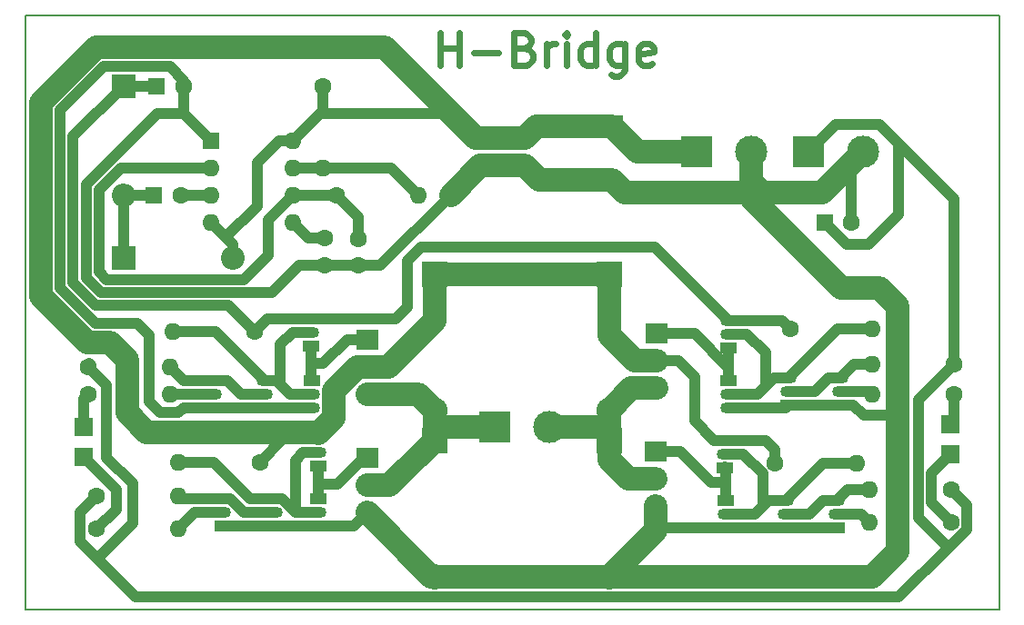
<source format=gbr>
%TF.GenerationSoftware,KiCad,Pcbnew,6.0.11-2627ca5db0~126~ubuntu20.04.1*%
%TF.CreationDate,2023-06-23T16:35:50+03:00*%
%TF.ProjectId,H-bridge V3,482d6272-6964-4676-9520-56332e6b6963,rev?*%
%TF.SameCoordinates,Original*%
%TF.FileFunction,Copper,L1,Top*%
%TF.FilePolarity,Positive*%
%FSLAX46Y46*%
G04 Gerber Fmt 4.6, Leading zero omitted, Abs format (unit mm)*
G04 Created by KiCad (PCBNEW 6.0.11-2627ca5db0~126~ubuntu20.04.1) date 2023-06-23 16:35:50*
%MOMM*%
%LPD*%
G01*
G04 APERTURE LIST*
%TA.AperFunction,Profile*%
%ADD10C,0.150000*%
%TD*%
%ADD11C,0.600000*%
%TA.AperFunction,NonConductor*%
%ADD12C,0.600000*%
%TD*%
%TA.AperFunction,ComponentPad*%
%ADD13R,1.500000X1.050000*%
%TD*%
%TA.AperFunction,ComponentPad*%
%ADD14O,1.500000X1.050000*%
%TD*%
%TA.AperFunction,ComponentPad*%
%ADD15R,2.000000X1.905000*%
%TD*%
%TA.AperFunction,ComponentPad*%
%ADD16O,2.000000X1.905000*%
%TD*%
%TA.AperFunction,ComponentPad*%
%ADD17R,2.200000X2.200000*%
%TD*%
%TA.AperFunction,ComponentPad*%
%ADD18O,2.200000X2.200000*%
%TD*%
%TA.AperFunction,ComponentPad*%
%ADD19R,1.600000X1.600000*%
%TD*%
%TA.AperFunction,ComponentPad*%
%ADD20C,1.600000*%
%TD*%
%TA.AperFunction,ComponentPad*%
%ADD21O,1.600000X1.600000*%
%TD*%
%TA.AperFunction,ComponentPad*%
%ADD22R,1.700000X1.700000*%
%TD*%
%TA.AperFunction,ComponentPad*%
%ADD23R,2.000000X2.000000*%
%TD*%
%TA.AperFunction,ComponentPad*%
%ADD24C,2.000000*%
%TD*%
%TA.AperFunction,ComponentPad*%
%ADD25R,1.500000X1.500000*%
%TD*%
%TA.AperFunction,ComponentPad*%
%ADD26O,1.500000X1.500000*%
%TD*%
%TA.AperFunction,ComponentPad*%
%ADD27R,2.400000X2.400000*%
%TD*%
%TA.AperFunction,ComponentPad*%
%ADD28O,2.400000X2.400000*%
%TD*%
%TA.AperFunction,ComponentPad*%
%ADD29R,3.000000X3.000000*%
%TD*%
%TA.AperFunction,ComponentPad*%
%ADD30C,3.000000*%
%TD*%
%TA.AperFunction,Conductor*%
%ADD31C,1.000000*%
%TD*%
%TA.AperFunction,Conductor*%
%ADD32C,2.200000*%
%TD*%
G04 APERTURE END LIST*
D10*
X16947000Y-67617031D02*
X13391000Y-67617031D01*
X13391000Y-67617031D02*
X13391000Y-12245031D01*
X13391000Y-12245031D02*
X104069000Y-12245031D01*
X104069000Y-12245031D02*
X104069000Y-67617031D01*
X104069000Y-67617031D02*
X16947000Y-67617031D01*
D11*
D12*
X52047857Y-16904173D02*
X52047857Y-13904173D01*
X52047857Y-15332745D02*
X53762142Y-15332745D01*
X53762142Y-16904173D02*
X53762142Y-13904173D01*
X55190714Y-15761316D02*
X57476428Y-15761316D01*
X59905000Y-15332745D02*
X60333571Y-15475602D01*
X60476428Y-15618459D01*
X60619285Y-15904173D01*
X60619285Y-16332745D01*
X60476428Y-16618459D01*
X60333571Y-16761316D01*
X60047857Y-16904173D01*
X58905000Y-16904173D01*
X58905000Y-13904173D01*
X59905000Y-13904173D01*
X60190714Y-14047031D01*
X60333571Y-14189888D01*
X60476428Y-14475602D01*
X60476428Y-14761316D01*
X60333571Y-15047031D01*
X60190714Y-15189888D01*
X59905000Y-15332745D01*
X58905000Y-15332745D01*
X61905000Y-16904173D02*
X61905000Y-14904173D01*
X61905000Y-15475602D02*
X62047857Y-15189888D01*
X62190714Y-15047031D01*
X62476428Y-14904173D01*
X62762142Y-14904173D01*
X63762142Y-16904173D02*
X63762142Y-14904173D01*
X63762142Y-13904173D02*
X63619285Y-14047031D01*
X63762142Y-14189888D01*
X63905000Y-14047031D01*
X63762142Y-13904173D01*
X63762142Y-14189888D01*
X66476428Y-16904173D02*
X66476428Y-13904173D01*
X66476428Y-16761316D02*
X66190714Y-16904173D01*
X65619285Y-16904173D01*
X65333571Y-16761316D01*
X65190714Y-16618459D01*
X65047857Y-16332745D01*
X65047857Y-15475602D01*
X65190714Y-15189888D01*
X65333571Y-15047031D01*
X65619285Y-14904173D01*
X66190714Y-14904173D01*
X66476428Y-15047031D01*
X69190714Y-14904173D02*
X69190714Y-17332745D01*
X69047857Y-17618459D01*
X68905000Y-17761316D01*
X68619285Y-17904173D01*
X68190714Y-17904173D01*
X67905000Y-17761316D01*
X69190714Y-16761316D02*
X68905000Y-16904173D01*
X68333571Y-16904173D01*
X68047857Y-16761316D01*
X67905000Y-16618459D01*
X67762142Y-16332745D01*
X67762142Y-15475602D01*
X67905000Y-15189888D01*
X68047857Y-15047031D01*
X68333571Y-14904173D01*
X68905000Y-14904173D01*
X69190714Y-15047031D01*
X71762142Y-16761316D02*
X71476428Y-16904173D01*
X70905000Y-16904173D01*
X70619285Y-16761316D01*
X70476428Y-16475602D01*
X70476428Y-15332745D01*
X70619285Y-15047031D01*
X70905000Y-14904173D01*
X71476428Y-14904173D01*
X71762142Y-15047031D01*
X71905000Y-15332745D01*
X71905000Y-15618459D01*
X70476428Y-15904173D01*
D13*
X36611000Y-59891031D03*
D14*
X36611000Y-58621031D03*
X36611000Y-57351031D03*
D13*
X35722000Y-48821031D03*
D14*
X35722000Y-47551031D03*
X35722000Y-46281031D03*
D13*
X40017000Y-43071031D03*
D14*
X40017000Y-41801031D03*
X40017000Y-40531031D03*
D15*
X45212000Y-53541031D03*
D16*
X45212000Y-56081031D03*
X45212000Y-58621031D03*
D15*
X45212000Y-42471031D03*
D16*
X45212000Y-45011031D03*
X45212000Y-47551031D03*
D17*
X22525000Y-18839031D03*
D18*
X22525000Y-28999031D03*
D15*
X72136000Y-41910000D03*
D16*
X72136000Y-44450000D03*
X72136000Y-46990000D03*
D19*
X25383888Y-28999031D03*
D20*
X27883888Y-28999031D03*
X19233000Y-45011031D03*
D21*
X26853000Y-45011031D03*
D20*
X55555000Y-23695031D03*
X55555000Y-26195031D03*
D13*
X88900000Y-59997031D03*
D14*
X88900000Y-58727031D03*
X88900000Y-57457031D03*
D19*
X87813000Y-31549031D03*
D20*
X90313000Y-31549031D03*
D22*
X99497000Y-50345031D03*
D13*
X30917000Y-48821031D03*
D14*
X30917000Y-47551031D03*
X30917000Y-46281031D03*
D23*
X68001000Y-22577354D03*
D24*
X68001000Y-27577354D03*
D20*
X44379000Y-33093031D03*
X44379000Y-35593031D03*
X41301000Y-33020000D03*
X41301000Y-35520000D03*
D25*
X53015000Y-21384031D03*
D26*
X53015000Y-29004031D03*
D20*
X35235000Y-53901031D03*
D21*
X27615000Y-53901031D03*
D22*
X18796000Y-53393031D03*
D20*
X99568000Y-56441031D03*
D21*
X91948000Y-56441031D03*
D20*
X83185000Y-53975000D03*
D21*
X90805000Y-53975000D03*
D13*
X40717000Y-57351031D03*
D14*
X40717000Y-58621031D03*
X40717000Y-59891031D03*
D20*
X99822000Y-44757031D03*
D21*
X92202000Y-44757031D03*
D13*
X31785000Y-59891031D03*
D14*
X31785000Y-58621031D03*
X31785000Y-57351031D03*
D13*
X40675000Y-54303031D03*
D14*
X40675000Y-53033031D03*
X40675000Y-51763031D03*
D27*
X67747000Y-36375031D03*
D28*
X67747000Y-49075031D03*
D20*
X19995000Y-60145031D03*
D21*
X27615000Y-60145031D03*
D19*
X25637888Y-18839031D03*
D20*
X28137888Y-18839031D03*
D13*
X89260000Y-48567031D03*
D14*
X89260000Y-47297031D03*
X89260000Y-46027031D03*
D27*
X51491000Y-51869031D03*
D28*
X51491000Y-64569031D03*
D13*
X78486000Y-54409031D03*
D14*
X78486000Y-53139031D03*
X78486000Y-51869031D03*
D19*
X59873000Y-23739919D03*
D20*
X59873000Y-26239919D03*
X99822000Y-47551031D03*
D21*
X92202000Y-47551031D03*
D13*
X78634000Y-57457031D03*
D14*
X78634000Y-58727031D03*
X78634000Y-59997031D03*
D22*
X18796000Y-50599031D03*
D29*
X75875000Y-24945031D03*
D30*
X80955000Y-24945031D03*
D20*
X34727000Y-41709031D03*
D21*
X27107000Y-41709031D03*
D27*
X51491000Y-36375031D03*
D28*
X51491000Y-49075031D03*
D22*
X99497000Y-53139031D03*
D29*
X57079000Y-50599031D03*
D30*
X62159000Y-50599031D03*
D20*
X99568000Y-59489031D03*
D21*
X91948000Y-59489031D03*
D27*
X67747000Y-51869031D03*
D28*
X67747000Y-64569031D03*
D19*
X30663000Y-23929031D03*
D21*
X30663000Y-26469031D03*
X30663000Y-29009031D03*
X30663000Y-31549031D03*
X38283000Y-31549031D03*
X38283000Y-29009031D03*
X38283000Y-26469031D03*
X38283000Y-23929031D03*
D13*
X40082000Y-46281031D03*
D14*
X40082000Y-47551031D03*
X40082000Y-48821031D03*
D20*
X41067000Y-18839031D03*
D21*
X41067000Y-26459031D03*
D15*
X72065000Y-52885031D03*
D16*
X72065000Y-55425031D03*
X72065000Y-57965031D03*
D20*
X19233000Y-47551031D03*
D21*
X26853000Y-47551031D03*
D20*
X19995000Y-57097031D03*
D21*
X27615000Y-57097031D03*
D20*
X84582000Y-41455031D03*
D21*
X92202000Y-41455031D03*
D13*
X84434000Y-48567031D03*
D14*
X84434000Y-47297031D03*
X84434000Y-46027031D03*
D13*
X84180000Y-59997031D03*
D14*
X84180000Y-58727031D03*
X84180000Y-57457031D03*
D17*
X22525000Y-34841031D03*
D18*
X32685000Y-34841031D03*
D13*
X78888000Y-46281031D03*
D14*
X78888000Y-47551031D03*
X78888000Y-48821031D03*
D20*
X42337000Y-28999031D03*
D21*
X49957000Y-28999031D03*
D13*
X78846000Y-43233031D03*
D14*
X78846000Y-41963031D03*
X78846000Y-40693031D03*
D29*
X86289000Y-24945031D03*
D30*
X91369000Y-24945031D03*
D31*
X39753969Y-33020000D02*
X38283000Y-31549031D01*
X41301000Y-33020000D02*
X39753969Y-33020000D01*
X40082000Y-48821031D02*
X30917000Y-48821031D01*
D32*
X72065000Y-60251031D02*
X67747000Y-64569031D01*
D31*
X20432520Y-38082551D02*
X19049480Y-36699511D01*
X78634000Y-59997031D02*
X72319000Y-59997031D01*
X36321480Y-38082551D02*
X38884031Y-35520000D01*
D32*
X94615000Y-49530000D02*
X94615000Y-62230000D01*
X69178677Y-28755031D02*
X68001000Y-27577354D01*
D31*
X44379000Y-35593031D02*
X46426000Y-35593031D01*
X90313000Y-31549031D02*
X90313000Y-26001031D01*
D32*
X68001000Y-27577354D02*
X61210435Y-27577354D01*
D31*
X88900000Y-59997031D02*
X78634000Y-59997031D01*
D32*
X92275969Y-64569031D02*
X67747000Y-64569031D01*
D31*
X24892000Y-42037000D02*
X24892000Y-48260000D01*
X43942000Y-59891031D02*
X45212000Y-58621031D01*
X90313000Y-26001031D02*
X91369000Y-24945031D01*
X28137888Y-18839031D02*
X28137888Y-21403919D01*
D32*
X89337000Y-37645031D02*
X92890031Y-37645031D01*
X59873000Y-26239919D02*
X55779112Y-26239919D01*
D31*
X41374031Y-35593031D02*
X41301000Y-35520000D01*
X28137888Y-18340009D02*
X26837399Y-17039520D01*
X28137888Y-21403919D02*
X30663000Y-23929031D01*
X25649734Y-21403919D02*
X28137888Y-21403919D01*
D32*
X51491000Y-64569031D02*
X51160000Y-64569031D01*
X51160000Y-64569031D02*
X45212000Y-58621031D01*
D31*
X31785000Y-59891031D02*
X43942000Y-59891031D01*
X26837399Y-17039520D02*
X20725489Y-17039520D01*
X20725489Y-17039520D02*
X16650440Y-21114569D01*
X84180000Y-48821031D02*
X84434000Y-48567031D01*
X19049480Y-28004173D02*
X25649734Y-21403919D01*
X46426000Y-35593031D02*
X53015000Y-29004031D01*
D32*
X61210435Y-27577354D02*
X59873000Y-26239919D01*
D31*
X72319000Y-59997031D02*
X72065000Y-60251031D01*
X84434000Y-48567031D02*
X89260000Y-48567031D01*
X90477031Y-48567031D02*
X91440000Y-49530000D01*
D32*
X80955000Y-27739031D02*
X81971000Y-28755031D01*
X92890031Y-37645031D02*
X94615000Y-39370000D01*
D31*
X28123000Y-48821031D02*
X30917000Y-48821031D01*
X24892000Y-48260000D02*
X25908000Y-49276000D01*
X16650440Y-21114569D02*
X16650440Y-37693227D01*
D32*
X80955000Y-29263031D02*
X89337000Y-37645031D01*
D31*
X19904244Y-40947031D02*
X23802031Y-40947031D01*
X16650440Y-37693227D02*
X19904244Y-40947031D01*
D32*
X94615000Y-62230000D02*
X92275969Y-64569031D01*
X81971000Y-28755031D02*
X69178677Y-28755031D01*
D31*
X19049480Y-36699511D02*
X19049480Y-28004173D01*
X25908000Y-49276000D02*
X27668031Y-49276000D01*
X28137888Y-18839031D02*
X28137888Y-18340009D01*
X27668031Y-49276000D02*
X28123000Y-48821031D01*
X44379000Y-35593031D02*
X41374031Y-35593031D01*
D32*
X87559000Y-28755031D02*
X91369000Y-24945031D01*
X80955000Y-24945031D02*
X80955000Y-29263031D01*
X51491000Y-64569031D02*
X67747000Y-64569031D01*
D31*
X23802031Y-40947031D02*
X24892000Y-42037000D01*
D32*
X55779112Y-26239919D02*
X53015000Y-29004031D01*
X81971000Y-28755031D02*
X87559000Y-28755031D01*
X94615000Y-39370000D02*
X94615000Y-49530000D01*
D31*
X91440000Y-49530000D02*
X94615000Y-49530000D01*
X78888000Y-48821031D02*
X84180000Y-48821031D01*
D32*
X80955000Y-24945031D02*
X80955000Y-27739031D01*
X72065000Y-57965031D02*
X72065000Y-60251031D01*
D31*
X89260000Y-48567031D02*
X90477031Y-48567031D01*
X38884031Y-35520000D02*
X41301000Y-35520000D01*
X36321480Y-38082551D02*
X20432520Y-38082551D01*
X82349031Y-51869031D02*
X78486000Y-51869031D01*
X32685000Y-33571031D02*
X32060000Y-32946031D01*
X78486000Y-51869031D02*
X77523031Y-51869031D01*
X75692000Y-45974000D02*
X74168000Y-44450000D01*
X32060000Y-32946031D02*
X30663000Y-31549031D01*
D32*
X19980103Y-15240000D02*
X46870969Y-15240000D01*
D31*
X37013000Y-23929031D02*
X38283000Y-23929031D01*
X83185000Y-53975000D02*
X83185000Y-52705000D01*
D32*
X51491000Y-40743553D02*
X47223522Y-45011031D01*
D31*
X35235000Y-53901031D02*
X37373000Y-51763031D01*
X41067000Y-21145031D02*
X41306000Y-21384031D01*
D32*
X40573520Y-51107031D02*
X24691031Y-51107031D01*
X44358567Y-45011031D02*
X42131520Y-47238078D01*
X19158858Y-42746551D02*
X14850920Y-38438613D01*
X55326000Y-23695031D02*
X53015000Y-21384031D01*
X42131520Y-49751991D02*
X40675000Y-51208511D01*
X14850920Y-38438613D02*
X14850920Y-20369183D01*
D31*
X83185000Y-52705000D02*
X82349031Y-51869031D01*
D32*
X75875000Y-24945031D02*
X70368677Y-24945031D01*
X14850920Y-20369183D02*
X19980103Y-15240000D01*
X72136000Y-44450000D02*
X70124478Y-44450000D01*
D31*
X41067000Y-18839031D02*
X41067000Y-21145031D01*
D32*
X70124478Y-44450000D02*
X67747000Y-42072522D01*
X46870969Y-15240000D02*
X53015000Y-21384031D01*
X67747000Y-42072522D02*
X67747000Y-36375031D01*
X40675000Y-51208511D02*
X40573520Y-51107031D01*
X68001000Y-22577354D02*
X61035565Y-22577354D01*
X51491000Y-36375031D02*
X51491000Y-40743553D01*
X61035565Y-22577354D02*
X59873000Y-23739919D01*
D31*
X41067000Y-21145031D02*
X38283000Y-23929031D01*
X41306000Y-21384031D02*
X53015000Y-21384031D01*
D32*
X55555000Y-23695031D02*
X55326000Y-23695031D01*
D31*
X32060000Y-32946031D02*
X34981000Y-30025031D01*
X32685000Y-34841031D02*
X32685000Y-33571031D01*
D32*
X22860000Y-49276000D02*
X22860000Y-44323000D01*
D31*
X77523031Y-51869031D02*
X75692000Y-50038000D01*
D32*
X59873000Y-23739919D02*
X55599888Y-23739919D01*
X55599888Y-23739919D02*
X55555000Y-23695031D01*
X22860000Y-44323000D02*
X21283551Y-42746551D01*
X24691031Y-51107031D02*
X22860000Y-49276000D01*
D31*
X34981000Y-30025031D02*
X34981000Y-25961031D01*
D32*
X51491000Y-36375031D02*
X67747000Y-36375031D01*
D31*
X34981000Y-25961031D02*
X37013000Y-23929031D01*
D32*
X42131520Y-47238078D02*
X42131520Y-49751991D01*
X45212000Y-45011031D02*
X44358567Y-45011031D01*
X47223522Y-45011031D02*
X45212000Y-45011031D01*
X70368677Y-24945031D02*
X68001000Y-22577354D01*
D31*
X74168000Y-44450000D02*
X72136000Y-44450000D01*
X37373000Y-51763031D02*
X40675000Y-51763031D01*
D32*
X21283551Y-42746551D02*
X19158858Y-42746551D01*
D31*
X75692000Y-50038000D02*
X75692000Y-45974000D01*
X22525000Y-28999031D02*
X25383888Y-28999031D01*
X22525000Y-34841031D02*
X22525000Y-28999031D01*
X27883888Y-28999031D02*
X30653000Y-28999031D01*
X30653000Y-28999031D02*
X30663000Y-29009031D01*
X48951000Y-35105031D02*
X48951000Y-39423031D01*
X71988000Y-33835031D02*
X50221000Y-33835031D01*
X78846000Y-40693031D02*
X71988000Y-33835031D01*
X17849960Y-23514071D02*
X17849960Y-37196369D01*
X84582000Y-41455031D02*
X83820000Y-40693031D01*
X17849960Y-37196369D02*
X19935662Y-39282071D01*
X83820000Y-40693031D02*
X78846000Y-40693031D01*
X50221000Y-33835031D02*
X48951000Y-35105031D01*
X34727000Y-41709031D02*
X35905000Y-40531031D01*
X22525000Y-18839031D02*
X25637888Y-18839031D01*
X19935662Y-39282071D02*
X32300040Y-39282071D01*
X47843000Y-40531031D02*
X40017000Y-40531031D01*
X35905000Y-40531031D02*
X40017000Y-40531031D01*
X32300040Y-39282071D02*
X34727000Y-41709031D01*
X48951000Y-39423031D02*
X47843000Y-40531031D01*
X22525000Y-18839031D02*
X17849960Y-23514071D01*
X94290000Y-23802031D02*
X94671000Y-24183031D01*
X23368000Y-55880000D02*
X23368000Y-59563000D01*
X96519480Y-48059551D02*
X96519480Y-58419480D01*
X23368000Y-59563000D02*
X20067484Y-62863516D01*
X88829000Y-22405031D02*
X92893000Y-22405031D01*
X18495489Y-58596542D02*
X18495489Y-61291520D01*
X94671000Y-30787031D02*
X91877000Y-33581031D01*
X94709119Y-66468542D02*
X99321331Y-61856331D01*
X101021000Y-59997031D02*
X100973815Y-60203846D01*
X19995000Y-57097031D02*
X18495489Y-58596542D01*
X19233000Y-44775000D02*
X19304000Y-44704000D01*
X94671000Y-24183031D02*
X94671000Y-30787031D01*
X101021000Y-60156661D02*
X101021000Y-59997031D01*
X86289000Y-24945031D02*
X88829000Y-22405031D01*
X20955000Y-46733031D02*
X20955000Y-53467000D01*
X101067511Y-57940542D02*
X101067511Y-59997031D01*
X96519480Y-58419480D02*
X96520000Y-58420000D01*
X92893000Y-22405031D02*
X94290000Y-23802031D01*
X91877000Y-33581031D02*
X89845000Y-33581031D01*
X20955000Y-53467000D02*
X23368000Y-55880000D01*
X100973815Y-60203846D02*
X101021000Y-60156661D01*
X99822000Y-29334031D02*
X94290000Y-23802031D01*
X89845000Y-33581031D02*
X87813000Y-31549031D01*
X96520000Y-58420000D02*
X96520000Y-59055000D01*
X23672511Y-66468542D02*
X94709119Y-66468542D01*
X99822000Y-44757031D02*
X99822000Y-29334031D01*
X99321331Y-61856331D02*
X101021000Y-60156661D01*
X99568000Y-56441031D02*
X101067511Y-57940542D01*
X96520000Y-59055000D02*
X99321331Y-61856331D01*
X19233000Y-45011031D02*
X20955000Y-46733031D01*
X18495489Y-61291520D02*
X20067484Y-62863516D01*
X99822000Y-44757031D02*
X96519480Y-48059551D01*
X20067484Y-62863516D02*
X23672511Y-66468542D01*
X19233000Y-45011031D02*
X19233000Y-44775000D01*
X35997000Y-31295031D02*
X38283000Y-29009031D01*
X38293000Y-28999031D02*
X38283000Y-29009031D01*
X42337000Y-28999031D02*
X38293000Y-28999031D01*
X35997000Y-34597031D02*
X35997000Y-31295031D01*
X44379000Y-33093031D02*
X44379000Y-31041031D01*
X22281000Y-26469031D02*
X20249000Y-28501031D01*
X20249000Y-28501031D02*
X20249000Y-36164053D01*
X20249000Y-36164053D02*
X20967978Y-36883031D01*
X20967978Y-36883031D02*
X33711000Y-36883031D01*
X33711000Y-36883031D02*
X35997000Y-34597031D01*
X30663000Y-26469031D02*
X22281000Y-26469031D01*
X44379000Y-31041031D02*
X42337000Y-28999031D01*
D32*
X45212000Y-47551031D02*
X49967000Y-47551031D01*
X49967000Y-47551031D02*
X51491000Y-49075031D01*
X51491000Y-49075031D02*
X51491000Y-50599031D01*
X51491000Y-50599031D02*
X51491000Y-51869031D01*
X47279000Y-56081031D02*
X51491000Y-51869031D01*
X45212000Y-56081031D02*
X47279000Y-56081031D01*
X51491000Y-50599031D02*
X57079000Y-50599031D01*
X67747000Y-53647031D02*
X69525000Y-55425031D01*
X67493000Y-50599031D02*
X62159000Y-50599031D01*
X69525000Y-55425031D02*
X72065000Y-55425031D01*
X67747000Y-49075031D02*
X67747000Y-50345031D01*
X67747000Y-51869031D02*
X67747000Y-53647031D01*
X67747000Y-50345031D02*
X67493000Y-50599031D01*
X69832031Y-46990000D02*
X67747000Y-49075031D01*
X72136000Y-46990000D02*
X69832031Y-46990000D01*
X67747000Y-50345031D02*
X67747000Y-51869031D01*
D31*
X43363000Y-42471031D02*
X45212000Y-42471031D01*
X40017000Y-43071031D02*
X40017000Y-44713031D01*
X40017000Y-44713031D02*
X40017000Y-46216031D01*
X40017000Y-46216031D02*
X40082000Y-46281031D01*
X41121000Y-44713031D02*
X43363000Y-42471031D01*
X40017000Y-44713031D02*
X41121000Y-44713031D01*
X75692000Y-41910000D02*
X78888000Y-45106000D01*
X78888000Y-45106000D02*
X78888000Y-43275031D01*
X72136000Y-41910000D02*
X75692000Y-41910000D01*
X78888000Y-46281031D02*
X78888000Y-45106000D01*
X78888000Y-43275031D02*
X78846000Y-43233031D01*
X40675000Y-54303031D02*
X40675000Y-55933031D01*
X40675000Y-55933031D02*
X40675000Y-57309031D01*
X44887000Y-53541031D02*
X45212000Y-53541031D01*
X40675000Y-55933031D02*
X42495000Y-55933031D01*
X42495000Y-55933031D02*
X44887000Y-53541031D01*
X40675000Y-57309031D02*
X40717000Y-57351031D01*
X78634000Y-57457031D02*
X78634000Y-55785031D01*
X78634000Y-55785031D02*
X78634000Y-54511551D01*
X77251000Y-55785031D02*
X74351000Y-52885031D01*
X78634000Y-55785031D02*
X77251000Y-55785031D01*
X78634000Y-54511551D02*
X78486000Y-54363551D01*
X74351000Y-52885031D02*
X72065000Y-52885031D01*
X26853000Y-47551031D02*
X30917000Y-47551031D01*
X28123000Y-46281031D02*
X26853000Y-45011031D01*
X32187000Y-46281031D02*
X33457000Y-47551031D01*
X33457000Y-47551031D02*
X35722000Y-47551031D01*
X30917000Y-46281031D02*
X28123000Y-46281031D01*
X30917000Y-46281031D02*
X32187000Y-46281031D01*
X35722000Y-46281031D02*
X36759000Y-46281031D01*
X37140000Y-46662031D02*
X38029000Y-47551031D01*
X38029000Y-47551031D02*
X40082000Y-47551031D01*
X38267000Y-41801031D02*
X37140000Y-42928031D01*
X37140000Y-42928031D02*
X37140000Y-46662031D01*
X35722000Y-46281031D02*
X31150000Y-41709031D01*
X31150000Y-41709031D02*
X27107000Y-41709031D01*
X40017000Y-41801031D02*
X38267000Y-41801031D01*
X36759000Y-46281031D02*
X37140000Y-46662031D01*
X91948000Y-47297031D02*
X89260000Y-47297031D01*
X92202000Y-47551031D02*
X91948000Y-47297031D01*
X90530000Y-44757031D02*
X89260000Y-46027031D01*
X86868000Y-47297031D02*
X84434000Y-47297031D01*
X89260000Y-46027031D02*
X88138000Y-46027031D01*
X88138000Y-46027031D02*
X86868000Y-47297031D01*
X92202000Y-44757031D02*
X90530000Y-44757031D01*
X82296000Y-46789031D02*
X81534000Y-47551031D01*
X82296000Y-43663031D02*
X82296000Y-46789031D01*
X92202000Y-41455031D02*
X89006000Y-41455031D01*
X78846000Y-41963031D02*
X80596000Y-41963031D01*
X84434000Y-46027031D02*
X83058000Y-46027031D01*
X81534000Y-47551031D02*
X78888000Y-47551031D01*
X83058000Y-46027031D02*
X82296000Y-46789031D01*
X89006000Y-41455031D02*
X84434000Y-46027031D01*
X80596000Y-41963031D02*
X82296000Y-43663031D01*
X31785000Y-58621031D02*
X29139000Y-58621031D01*
X29139000Y-58621031D02*
X27615000Y-60145031D01*
X33741732Y-58621031D02*
X32471732Y-57351031D01*
X36611000Y-58621031D02*
X33741732Y-58621031D01*
X31785000Y-57351031D02*
X27869000Y-57351031D01*
X27869000Y-57351031D02*
X27615000Y-57097031D01*
X32471732Y-57351031D02*
X31785000Y-57351031D01*
X36611000Y-57351031D02*
X34367000Y-57351031D01*
X34367000Y-57351031D02*
X30917000Y-53901031D01*
X40717000Y-58621031D02*
X38567732Y-58621031D01*
X38567732Y-58621031D02*
X37297732Y-57351031D01*
X30917000Y-53901031D02*
X27615000Y-53901031D01*
X40675000Y-53033031D02*
X39270978Y-53033031D01*
X39270978Y-53033031D02*
X38567732Y-53736277D01*
X38567732Y-53736277D02*
X38567732Y-58621031D01*
X37297732Y-57351031D02*
X36611000Y-57351031D01*
X91186000Y-58727031D02*
X88900000Y-58727031D01*
X91948000Y-59489031D02*
X91186000Y-58727031D01*
X89916000Y-56441031D02*
X88900000Y-57457031D01*
X86360000Y-58727031D02*
X84180000Y-58727031D01*
X89916000Y-56441031D02*
X91948000Y-56441031D01*
X87630000Y-57457031D02*
X86360000Y-58727031D01*
X88900000Y-57457031D02*
X87630000Y-57457031D01*
X82042000Y-57965031D02*
X81280000Y-58727031D01*
X80236000Y-53139031D02*
X82042000Y-54945031D01*
X82550000Y-57457031D02*
X82042000Y-57965031D01*
X84180000Y-57457031D02*
X82550000Y-57457031D01*
X82042000Y-54945031D02*
X82042000Y-57965031D01*
X90805000Y-53975000D02*
X87662031Y-53975000D01*
X78486000Y-53139031D02*
X80236000Y-53139031D01*
X81280000Y-58727031D02*
X78634000Y-58727031D01*
X87662031Y-53975000D02*
X84180000Y-57457031D01*
X41057000Y-26469031D02*
X41067000Y-26459031D01*
X47417000Y-26459031D02*
X49957000Y-28999031D01*
X38283000Y-26469031D02*
X41057000Y-26469031D01*
X41067000Y-26459031D02*
X47417000Y-26459031D01*
X18796000Y-47988031D02*
X19233000Y-47551031D01*
X18796000Y-50599031D02*
X18796000Y-47988031D01*
X99822000Y-50274031D02*
X99497000Y-50599031D01*
X99822000Y-47551031D02*
X99822000Y-50020031D01*
X99822000Y-50020031D02*
X99497000Y-50345031D01*
X21844000Y-56441031D02*
X18796000Y-53393031D01*
X21844000Y-58296031D02*
X21844000Y-56441031D01*
X19995000Y-60145031D02*
X21844000Y-58296031D01*
X97719000Y-54917031D02*
X99497000Y-53139031D01*
X97719000Y-57640031D02*
X97719000Y-54917031D01*
X99568000Y-59489031D02*
X97719000Y-57640031D01*
M02*

</source>
